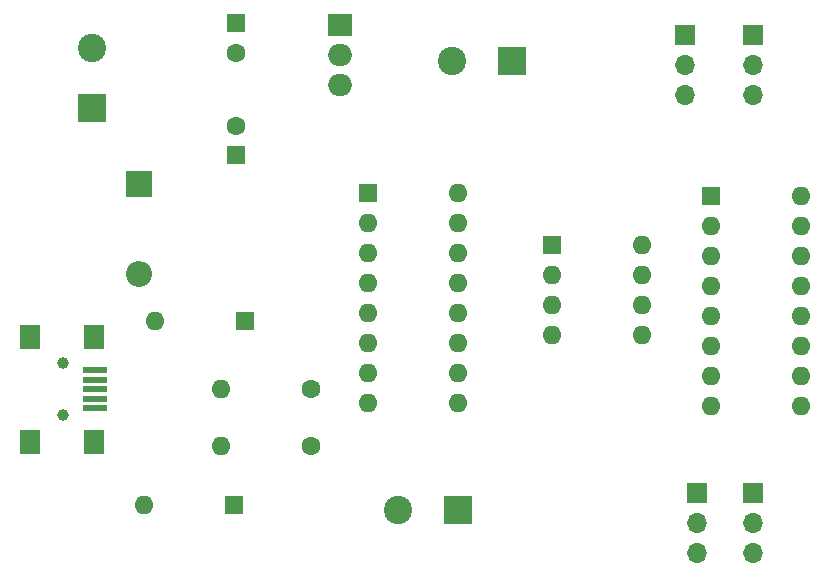
<source format=gbr>
%TF.GenerationSoftware,KiCad,Pcbnew,(5.1.10)-1*%
%TF.CreationDate,2021-05-16T00:39:39-03:00*%
%TF.ProjectId,low_cost_robotics,6c6f775f-636f-4737-945f-726f626f7469,rev?*%
%TF.SameCoordinates,Original*%
%TF.FileFunction,Soldermask,Top*%
%TF.FilePolarity,Negative*%
%FSLAX46Y46*%
G04 Gerber Fmt 4.6, Leading zero omitted, Abs format (unit mm)*
G04 Created by KiCad (PCBNEW (5.1.10)-1) date 2021-05-16 00:39:39*
%MOMM*%
%LPD*%
G01*
G04 APERTURE LIST*
%ADD10C,2.400000*%
%ADD11R,2.400000X2.400000*%
%ADD12R,1.600000X1.600000*%
%ADD13C,1.600000*%
%ADD14R,2.200000X2.200000*%
%ADD15O,2.200000X2.200000*%
%ADD16O,1.600000X1.600000*%
%ADD17R,2.000000X0.500000*%
%ADD18R,1.700000X2.000000*%
%ADD19C,1.000000*%
%ADD20R,1.700000X1.700000*%
%ADD21O,1.700000X1.700000*%
%ADD22R,2.000000X1.905000*%
%ADD23O,2.000000X1.905000*%
G04 APERTURE END LIST*
D10*
%TO.C,J7*%
X52520000Y-71800000D03*
D11*
X57600000Y-71800000D03*
%TD*%
D10*
%TO.C,J4*%
X57120000Y-33800000D03*
D11*
X62200000Y-33800000D03*
%TD*%
D12*
%TO.C,C1*%
X38800000Y-30600000D03*
D13*
X38800000Y-33100000D03*
%TD*%
%TO.C,C2*%
X38800000Y-39300000D03*
D12*
X38800000Y-41800000D03*
%TD*%
D14*
%TO.C,D1*%
X30600000Y-44200000D03*
D15*
X30600000Y-51820000D03*
%TD*%
D16*
%TO.C,D2*%
X31980000Y-55800000D03*
D12*
X39600000Y-55800000D03*
%TD*%
%TO.C,D3*%
X38600000Y-71400000D03*
D16*
X30980000Y-71400000D03*
%TD*%
D11*
%TO.C,J1*%
X26600000Y-37800000D03*
D10*
X26600000Y-32720000D03*
%TD*%
D17*
%TO.C,J2*%
X26900000Y-60000000D03*
X26900000Y-60800000D03*
X26900000Y-61600000D03*
X26900000Y-62400000D03*
X26900000Y-63200000D03*
D18*
X26800000Y-57150000D03*
X21350000Y-57150000D03*
X26800000Y-66050000D03*
X21350000Y-66050000D03*
D19*
X24200000Y-59400000D03*
X24200000Y-63800000D03*
%TD*%
D20*
%TO.C,S2*%
X82600000Y-70400000D03*
D21*
X82600000Y-72940000D03*
X82600000Y-75480000D03*
%TD*%
D20*
%TO.C,A1*%
X76800000Y-31600000D03*
D21*
X76800000Y-34140000D03*
X76800000Y-36680000D03*
%TD*%
%TO.C,S1*%
X77800000Y-75480000D03*
X77800000Y-72940000D03*
D20*
X77800000Y-70400000D03*
%TD*%
D21*
%TO.C,A2*%
X82600000Y-36680000D03*
X82600000Y-34140000D03*
D20*
X82600000Y-31600000D03*
%TD*%
D16*
%TO.C,R1*%
X37580000Y-61600000D03*
D13*
X45200000Y-61600000D03*
%TD*%
%TO.C,R2*%
X45200000Y-66400000D03*
D16*
X37580000Y-66400000D03*
%TD*%
D12*
%TO.C,U1*%
X65600000Y-49400000D03*
D16*
X73220000Y-57020000D03*
X65600000Y-51940000D03*
X73220000Y-54480000D03*
X65600000Y-54480000D03*
X73220000Y-51940000D03*
X65600000Y-57020000D03*
X73220000Y-49400000D03*
%TD*%
D22*
%TO.C,U2*%
X47600000Y-30800000D03*
D23*
X47600000Y-33340000D03*
X47600000Y-35880000D03*
%TD*%
D16*
%TO.C,U3*%
X86620000Y-45200000D03*
X79000000Y-62980000D03*
X86620000Y-47740000D03*
X79000000Y-60440000D03*
X86620000Y-50280000D03*
X79000000Y-57900000D03*
X86620000Y-52820000D03*
X79000000Y-55360000D03*
X86620000Y-55360000D03*
X79000000Y-52820000D03*
X86620000Y-57900000D03*
X79000000Y-50280000D03*
X86620000Y-60440000D03*
X79000000Y-47740000D03*
X86620000Y-62980000D03*
D12*
X79000000Y-45200000D03*
%TD*%
%TO.C,U4*%
X50000000Y-45000000D03*
D16*
X57620000Y-62780000D03*
X50000000Y-47540000D03*
X57620000Y-60240000D03*
X50000000Y-50080000D03*
X57620000Y-57700000D03*
X50000000Y-52620000D03*
X57620000Y-55160000D03*
X50000000Y-55160000D03*
X57620000Y-52620000D03*
X50000000Y-57700000D03*
X57620000Y-50080000D03*
X50000000Y-60240000D03*
X57620000Y-47540000D03*
X50000000Y-62780000D03*
X57620000Y-45000000D03*
%TD*%
M02*

</source>
